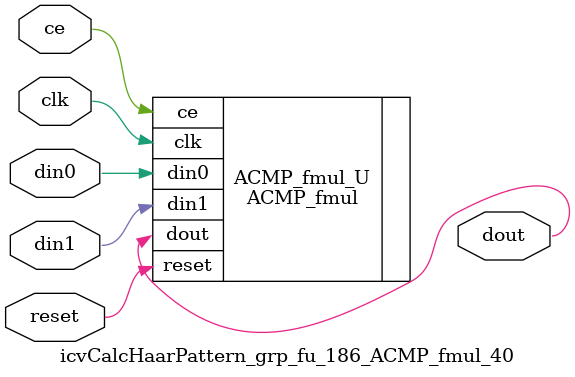
<source format=v>

`timescale 1 ns / 1 ps
module icvCalcHaarPattern_grp_fu_186_ACMP_fmul_40(
    clk,
    reset,
    ce,
    din0,
    din1,
    dout);

parameter ID = 32'd1;
parameter NUM_STAGE = 32'd1;
parameter din0_WIDTH = 32'd1;
parameter din1_WIDTH = 32'd1;
parameter dout_WIDTH = 32'd1;
input clk;
input reset;
input ce;
input[din0_WIDTH - 1:0] din0;
input[din1_WIDTH - 1:0] din1;
output[dout_WIDTH - 1:0] dout;



ACMP_fmul #(
.ID( ID ),
.NUM_STAGE( 4 ),
.din0_WIDTH( din0_WIDTH ),
.din1_WIDTH( din1_WIDTH ),
.dout_WIDTH( dout_WIDTH ))
ACMP_fmul_U(
    .clk( clk ),
    .reset( reset ),
    .ce( ce ),
    .din0( din0 ),
    .din1( din1 ),
    .dout( dout ));

endmodule

</source>
